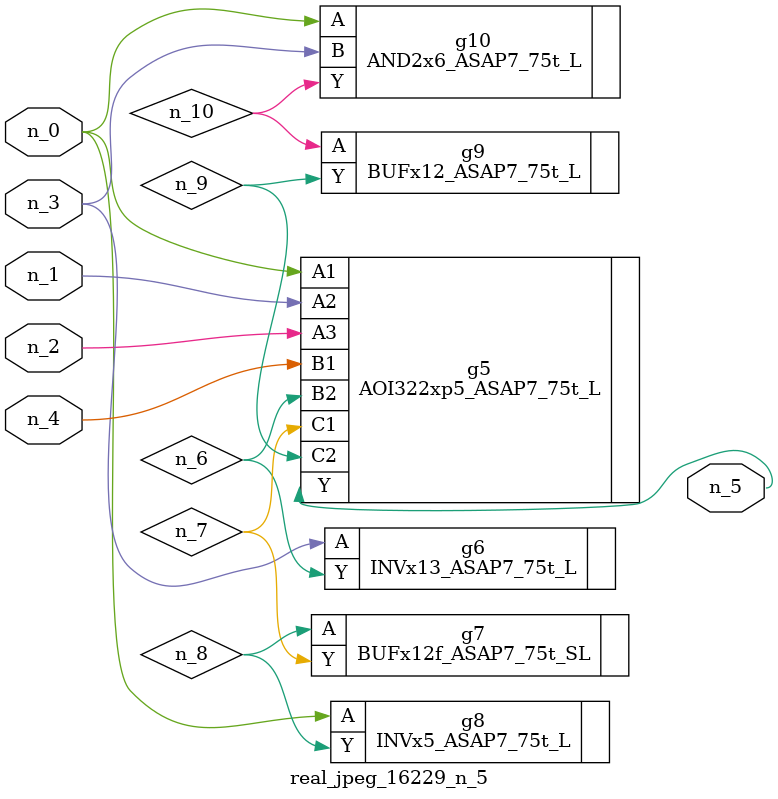
<source format=v>
module real_jpeg_16229_n_5 (n_4, n_0, n_1, n_2, n_3, n_5);

input n_4;
input n_0;
input n_1;
input n_2;
input n_3;

output n_5;

wire n_8;
wire n_6;
wire n_7;
wire n_10;
wire n_9;

AOI322xp5_ASAP7_75t_L g5 ( 
.A1(n_0),
.A2(n_1),
.A3(n_2),
.B1(n_4),
.B2(n_6),
.C1(n_7),
.C2(n_9),
.Y(n_5)
);

INVx5_ASAP7_75t_L g8 ( 
.A(n_0),
.Y(n_8)
);

AND2x6_ASAP7_75t_L g10 ( 
.A(n_0),
.B(n_3),
.Y(n_10)
);

INVx13_ASAP7_75t_L g6 ( 
.A(n_3),
.Y(n_6)
);

BUFx12f_ASAP7_75t_SL g7 ( 
.A(n_8),
.Y(n_7)
);

BUFx12_ASAP7_75t_L g9 ( 
.A(n_10),
.Y(n_9)
);


endmodule
</source>
